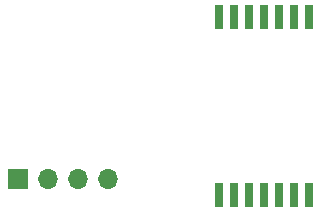
<source format=gbs>
%TF.GenerationSoftware,KiCad,Pcbnew,7.0.2-6a45011f42~172~ubuntu20.04.1*%
%TF.CreationDate,2023-04-23T21:34:22-07:00*%
%TF.ProjectId,SX1280_USB_Adapter,53583132-3830-45f5-9553-425f41646170,rev?*%
%TF.SameCoordinates,Original*%
%TF.FileFunction,Soldermask,Bot*%
%TF.FilePolarity,Negative*%
%FSLAX46Y46*%
G04 Gerber Fmt 4.6, Leading zero omitted, Abs format (unit mm)*
G04 Created by KiCad (PCBNEW 7.0.2-6a45011f42~172~ubuntu20.04.1) date 2023-04-23 21:34:22*
%MOMM*%
%LPD*%
G01*
G04 APERTURE LIST*
%ADD10R,1.700000X1.700000*%
%ADD11O,1.700000X1.700000*%
%ADD12R,0.800000X2.000000*%
G04 APERTURE END LIST*
D10*
%TO.C,J2*%
X110109000Y-120396000D03*
D11*
X112649000Y-120396000D03*
X115189000Y-120396000D03*
X117729000Y-120396000D03*
%TD*%
D12*
%TO.C,U3*%
X134810000Y-121750000D03*
X133540000Y-121750000D03*
X132210000Y-121750000D03*
X130940000Y-121750000D03*
X129670000Y-121750000D03*
X128400000Y-121750000D03*
X127130000Y-121750000D03*
X127190000Y-106650000D03*
X128460000Y-106650000D03*
X129730000Y-106650000D03*
X131000000Y-106650000D03*
X132270000Y-106650000D03*
X133540000Y-106650000D03*
X134810000Y-106650000D03*
%TD*%
M02*

</source>
